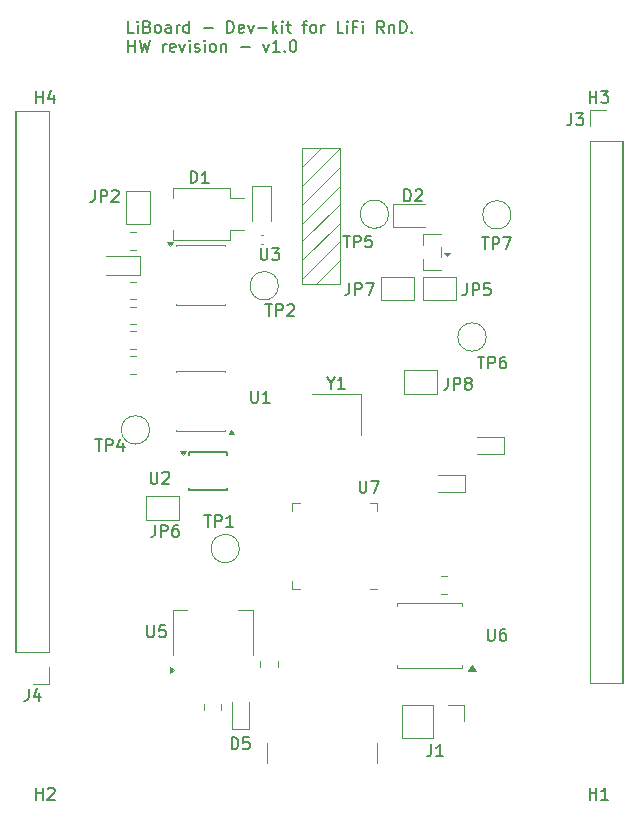
<source format=gbr>
%TF.GenerationSoftware,KiCad,Pcbnew,9.0.6*%
%TF.CreationDate,2025-11-30T17:52:57+02:00*%
%TF.ProjectId,laserboard,6c617365-7262-46f6-9172-642e6b696361,rev?*%
%TF.SameCoordinates,Original*%
%TF.FileFunction,Legend,Top*%
%TF.FilePolarity,Positive*%
%FSLAX46Y46*%
G04 Gerber Fmt 4.6, Leading zero omitted, Abs format (unit mm)*
G04 Created by KiCad (PCBNEW 9.0.6) date 2025-11-30 17:52:57*
%MOMM*%
%LPD*%
G01*
G04 APERTURE LIST*
%ADD10C,0.100000*%
%ADD11C,0.150000*%
%ADD12C,0.200000*%
%ADD13C,0.120000*%
G04 APERTURE END LIST*
D10*
X124600000Y-115150000D02*
X127800000Y-111950000D01*
X124600000Y-121450000D02*
X126200000Y-119850000D01*
X127800000Y-111950000D02*
X124600000Y-115150000D01*
X124600000Y-119850000D02*
X126200000Y-118250000D01*
X124600000Y-110350000D02*
X127800000Y-110350000D01*
X127800000Y-121850000D01*
X124600000Y-121850000D01*
X124600000Y-110350000D01*
X127800000Y-119850000D02*
X125800000Y-121850000D01*
X127800000Y-118250000D02*
X124600000Y-121450000D01*
X127800000Y-115050000D02*
X124600000Y-118250000D01*
X127800000Y-116650000D02*
X124600000Y-119850000D01*
X126200000Y-110350000D02*
X124600000Y-111950000D01*
X127800000Y-110350000D02*
X124600000Y-113550000D01*
X127800000Y-115050000D02*
X127800000Y-116650000D01*
X127800000Y-113550000D02*
X124600000Y-116750000D01*
X124600000Y-118250000D02*
X127800000Y-115050000D01*
D11*
X121501125Y-123557877D02*
X122072553Y-123557877D01*
X121786839Y-124557877D02*
X121786839Y-123557877D01*
X122405887Y-124557877D02*
X122405887Y-123557877D01*
X122405887Y-123557877D02*
X122786839Y-123557877D01*
X122786839Y-123557877D02*
X122882077Y-123605496D01*
X122882077Y-123605496D02*
X122929696Y-123653115D01*
X122929696Y-123653115D02*
X122977315Y-123748353D01*
X122977315Y-123748353D02*
X122977315Y-123891210D01*
X122977315Y-123891210D02*
X122929696Y-123986448D01*
X122929696Y-123986448D02*
X122882077Y-124034067D01*
X122882077Y-124034067D02*
X122786839Y-124081686D01*
X122786839Y-124081686D02*
X122405887Y-124081686D01*
X123358268Y-123653115D02*
X123405887Y-123605496D01*
X123405887Y-123605496D02*
X123501125Y-123557877D01*
X123501125Y-123557877D02*
X123739220Y-123557877D01*
X123739220Y-123557877D02*
X123834458Y-123605496D01*
X123834458Y-123605496D02*
X123882077Y-123653115D01*
X123882077Y-123653115D02*
X123929696Y-123748353D01*
X123929696Y-123748353D02*
X123929696Y-123843591D01*
X123929696Y-123843591D02*
X123882077Y-123986448D01*
X123882077Y-123986448D02*
X123310649Y-124557877D01*
X123310649Y-124557877D02*
X123929696Y-124557877D01*
D12*
X110370863Y-100582275D02*
X109894673Y-100582275D01*
X109894673Y-100582275D02*
X109894673Y-99582275D01*
X110704197Y-100582275D02*
X110704197Y-99915608D01*
X110704197Y-99582275D02*
X110656578Y-99629894D01*
X110656578Y-99629894D02*
X110704197Y-99677513D01*
X110704197Y-99677513D02*
X110751816Y-99629894D01*
X110751816Y-99629894D02*
X110704197Y-99582275D01*
X110704197Y-99582275D02*
X110704197Y-99677513D01*
X111513720Y-100058465D02*
X111656577Y-100106084D01*
X111656577Y-100106084D02*
X111704196Y-100153703D01*
X111704196Y-100153703D02*
X111751815Y-100248941D01*
X111751815Y-100248941D02*
X111751815Y-100391798D01*
X111751815Y-100391798D02*
X111704196Y-100487036D01*
X111704196Y-100487036D02*
X111656577Y-100534656D01*
X111656577Y-100534656D02*
X111561339Y-100582275D01*
X111561339Y-100582275D02*
X111180387Y-100582275D01*
X111180387Y-100582275D02*
X111180387Y-99582275D01*
X111180387Y-99582275D02*
X111513720Y-99582275D01*
X111513720Y-99582275D02*
X111608958Y-99629894D01*
X111608958Y-99629894D02*
X111656577Y-99677513D01*
X111656577Y-99677513D02*
X111704196Y-99772751D01*
X111704196Y-99772751D02*
X111704196Y-99867989D01*
X111704196Y-99867989D02*
X111656577Y-99963227D01*
X111656577Y-99963227D02*
X111608958Y-100010846D01*
X111608958Y-100010846D02*
X111513720Y-100058465D01*
X111513720Y-100058465D02*
X111180387Y-100058465D01*
X112323244Y-100582275D02*
X112228006Y-100534656D01*
X112228006Y-100534656D02*
X112180387Y-100487036D01*
X112180387Y-100487036D02*
X112132768Y-100391798D01*
X112132768Y-100391798D02*
X112132768Y-100106084D01*
X112132768Y-100106084D02*
X112180387Y-100010846D01*
X112180387Y-100010846D02*
X112228006Y-99963227D01*
X112228006Y-99963227D02*
X112323244Y-99915608D01*
X112323244Y-99915608D02*
X112466101Y-99915608D01*
X112466101Y-99915608D02*
X112561339Y-99963227D01*
X112561339Y-99963227D02*
X112608958Y-100010846D01*
X112608958Y-100010846D02*
X112656577Y-100106084D01*
X112656577Y-100106084D02*
X112656577Y-100391798D01*
X112656577Y-100391798D02*
X112608958Y-100487036D01*
X112608958Y-100487036D02*
X112561339Y-100534656D01*
X112561339Y-100534656D02*
X112466101Y-100582275D01*
X112466101Y-100582275D02*
X112323244Y-100582275D01*
X113513720Y-100582275D02*
X113513720Y-100058465D01*
X113513720Y-100058465D02*
X113466101Y-99963227D01*
X113466101Y-99963227D02*
X113370863Y-99915608D01*
X113370863Y-99915608D02*
X113180387Y-99915608D01*
X113180387Y-99915608D02*
X113085149Y-99963227D01*
X113513720Y-100534656D02*
X113418482Y-100582275D01*
X113418482Y-100582275D02*
X113180387Y-100582275D01*
X113180387Y-100582275D02*
X113085149Y-100534656D01*
X113085149Y-100534656D02*
X113037530Y-100439417D01*
X113037530Y-100439417D02*
X113037530Y-100344179D01*
X113037530Y-100344179D02*
X113085149Y-100248941D01*
X113085149Y-100248941D02*
X113180387Y-100201322D01*
X113180387Y-100201322D02*
X113418482Y-100201322D01*
X113418482Y-100201322D02*
X113513720Y-100153703D01*
X113989911Y-100582275D02*
X113989911Y-99915608D01*
X113989911Y-100106084D02*
X114037530Y-100010846D01*
X114037530Y-100010846D02*
X114085149Y-99963227D01*
X114085149Y-99963227D02*
X114180387Y-99915608D01*
X114180387Y-99915608D02*
X114275625Y-99915608D01*
X115037530Y-100582275D02*
X115037530Y-99582275D01*
X115037530Y-100534656D02*
X114942292Y-100582275D01*
X114942292Y-100582275D02*
X114751816Y-100582275D01*
X114751816Y-100582275D02*
X114656578Y-100534656D01*
X114656578Y-100534656D02*
X114608959Y-100487036D01*
X114608959Y-100487036D02*
X114561340Y-100391798D01*
X114561340Y-100391798D02*
X114561340Y-100106084D01*
X114561340Y-100106084D02*
X114608959Y-100010846D01*
X114608959Y-100010846D02*
X114656578Y-99963227D01*
X114656578Y-99963227D02*
X114751816Y-99915608D01*
X114751816Y-99915608D02*
X114942292Y-99915608D01*
X114942292Y-99915608D02*
X115037530Y-99963227D01*
X116275626Y-100201322D02*
X117037531Y-100201322D01*
X118275626Y-100582275D02*
X118275626Y-99582275D01*
X118275626Y-99582275D02*
X118513721Y-99582275D01*
X118513721Y-99582275D02*
X118656578Y-99629894D01*
X118656578Y-99629894D02*
X118751816Y-99725132D01*
X118751816Y-99725132D02*
X118799435Y-99820370D01*
X118799435Y-99820370D02*
X118847054Y-100010846D01*
X118847054Y-100010846D02*
X118847054Y-100153703D01*
X118847054Y-100153703D02*
X118799435Y-100344179D01*
X118799435Y-100344179D02*
X118751816Y-100439417D01*
X118751816Y-100439417D02*
X118656578Y-100534656D01*
X118656578Y-100534656D02*
X118513721Y-100582275D01*
X118513721Y-100582275D02*
X118275626Y-100582275D01*
X119656578Y-100534656D02*
X119561340Y-100582275D01*
X119561340Y-100582275D02*
X119370864Y-100582275D01*
X119370864Y-100582275D02*
X119275626Y-100534656D01*
X119275626Y-100534656D02*
X119228007Y-100439417D01*
X119228007Y-100439417D02*
X119228007Y-100058465D01*
X119228007Y-100058465D02*
X119275626Y-99963227D01*
X119275626Y-99963227D02*
X119370864Y-99915608D01*
X119370864Y-99915608D02*
X119561340Y-99915608D01*
X119561340Y-99915608D02*
X119656578Y-99963227D01*
X119656578Y-99963227D02*
X119704197Y-100058465D01*
X119704197Y-100058465D02*
X119704197Y-100153703D01*
X119704197Y-100153703D02*
X119228007Y-100248941D01*
X120037531Y-99915608D02*
X120275626Y-100582275D01*
X120275626Y-100582275D02*
X120513721Y-99915608D01*
X120894674Y-100201322D02*
X121656579Y-100201322D01*
X122132769Y-100582275D02*
X122132769Y-99582275D01*
X122228007Y-100201322D02*
X122513721Y-100582275D01*
X122513721Y-99915608D02*
X122132769Y-100296560D01*
X122942293Y-100582275D02*
X122942293Y-99915608D01*
X122942293Y-99582275D02*
X122894674Y-99629894D01*
X122894674Y-99629894D02*
X122942293Y-99677513D01*
X122942293Y-99677513D02*
X122989912Y-99629894D01*
X122989912Y-99629894D02*
X122942293Y-99582275D01*
X122942293Y-99582275D02*
X122942293Y-99677513D01*
X123275626Y-99915608D02*
X123656578Y-99915608D01*
X123418483Y-99582275D02*
X123418483Y-100439417D01*
X123418483Y-100439417D02*
X123466102Y-100534656D01*
X123466102Y-100534656D02*
X123561340Y-100582275D01*
X123561340Y-100582275D02*
X123656578Y-100582275D01*
X124608960Y-99915608D02*
X124989912Y-99915608D01*
X124751817Y-100582275D02*
X124751817Y-99725132D01*
X124751817Y-99725132D02*
X124799436Y-99629894D01*
X124799436Y-99629894D02*
X124894674Y-99582275D01*
X124894674Y-99582275D02*
X124989912Y-99582275D01*
X125466103Y-100582275D02*
X125370865Y-100534656D01*
X125370865Y-100534656D02*
X125323246Y-100487036D01*
X125323246Y-100487036D02*
X125275627Y-100391798D01*
X125275627Y-100391798D02*
X125275627Y-100106084D01*
X125275627Y-100106084D02*
X125323246Y-100010846D01*
X125323246Y-100010846D02*
X125370865Y-99963227D01*
X125370865Y-99963227D02*
X125466103Y-99915608D01*
X125466103Y-99915608D02*
X125608960Y-99915608D01*
X125608960Y-99915608D02*
X125704198Y-99963227D01*
X125704198Y-99963227D02*
X125751817Y-100010846D01*
X125751817Y-100010846D02*
X125799436Y-100106084D01*
X125799436Y-100106084D02*
X125799436Y-100391798D01*
X125799436Y-100391798D02*
X125751817Y-100487036D01*
X125751817Y-100487036D02*
X125704198Y-100534656D01*
X125704198Y-100534656D02*
X125608960Y-100582275D01*
X125608960Y-100582275D02*
X125466103Y-100582275D01*
X126228008Y-100582275D02*
X126228008Y-99915608D01*
X126228008Y-100106084D02*
X126275627Y-100010846D01*
X126275627Y-100010846D02*
X126323246Y-99963227D01*
X126323246Y-99963227D02*
X126418484Y-99915608D01*
X126418484Y-99915608D02*
X126513722Y-99915608D01*
X128085151Y-100582275D02*
X127608961Y-100582275D01*
X127608961Y-100582275D02*
X127608961Y-99582275D01*
X128418485Y-100582275D02*
X128418485Y-99915608D01*
X128418485Y-99582275D02*
X128370866Y-99629894D01*
X128370866Y-99629894D02*
X128418485Y-99677513D01*
X128418485Y-99677513D02*
X128466104Y-99629894D01*
X128466104Y-99629894D02*
X128418485Y-99582275D01*
X128418485Y-99582275D02*
X128418485Y-99677513D01*
X129228008Y-100058465D02*
X128894675Y-100058465D01*
X128894675Y-100582275D02*
X128894675Y-99582275D01*
X128894675Y-99582275D02*
X129370865Y-99582275D01*
X129751818Y-100582275D02*
X129751818Y-99915608D01*
X129751818Y-99582275D02*
X129704199Y-99629894D01*
X129704199Y-99629894D02*
X129751818Y-99677513D01*
X129751818Y-99677513D02*
X129799437Y-99629894D01*
X129799437Y-99629894D02*
X129751818Y-99582275D01*
X129751818Y-99582275D02*
X129751818Y-99677513D01*
X131561341Y-100582275D02*
X131228008Y-100106084D01*
X130989913Y-100582275D02*
X130989913Y-99582275D01*
X130989913Y-99582275D02*
X131370865Y-99582275D01*
X131370865Y-99582275D02*
X131466103Y-99629894D01*
X131466103Y-99629894D02*
X131513722Y-99677513D01*
X131513722Y-99677513D02*
X131561341Y-99772751D01*
X131561341Y-99772751D02*
X131561341Y-99915608D01*
X131561341Y-99915608D02*
X131513722Y-100010846D01*
X131513722Y-100010846D02*
X131466103Y-100058465D01*
X131466103Y-100058465D02*
X131370865Y-100106084D01*
X131370865Y-100106084D02*
X130989913Y-100106084D01*
X131989913Y-99915608D02*
X131989913Y-100582275D01*
X131989913Y-100010846D02*
X132037532Y-99963227D01*
X132037532Y-99963227D02*
X132132770Y-99915608D01*
X132132770Y-99915608D02*
X132275627Y-99915608D01*
X132275627Y-99915608D02*
X132370865Y-99963227D01*
X132370865Y-99963227D02*
X132418484Y-100058465D01*
X132418484Y-100058465D02*
X132418484Y-100582275D01*
X132894675Y-100582275D02*
X132894675Y-99582275D01*
X132894675Y-99582275D02*
X133132770Y-99582275D01*
X133132770Y-99582275D02*
X133275627Y-99629894D01*
X133275627Y-99629894D02*
X133370865Y-99725132D01*
X133370865Y-99725132D02*
X133418484Y-99820370D01*
X133418484Y-99820370D02*
X133466103Y-100010846D01*
X133466103Y-100010846D02*
X133466103Y-100153703D01*
X133466103Y-100153703D02*
X133418484Y-100344179D01*
X133418484Y-100344179D02*
X133370865Y-100439417D01*
X133370865Y-100439417D02*
X133275627Y-100534656D01*
X133275627Y-100534656D02*
X133132770Y-100582275D01*
X133132770Y-100582275D02*
X132894675Y-100582275D01*
X133894675Y-100487036D02*
X133942294Y-100534656D01*
X133942294Y-100534656D02*
X133894675Y-100582275D01*
X133894675Y-100582275D02*
X133847056Y-100534656D01*
X133847056Y-100534656D02*
X133894675Y-100487036D01*
X133894675Y-100487036D02*
X133894675Y-100582275D01*
X109894673Y-102192219D02*
X109894673Y-101192219D01*
X109894673Y-101668409D02*
X110466101Y-101668409D01*
X110466101Y-102192219D02*
X110466101Y-101192219D01*
X110847054Y-101192219D02*
X111085149Y-102192219D01*
X111085149Y-102192219D02*
X111275625Y-101477933D01*
X111275625Y-101477933D02*
X111466101Y-102192219D01*
X111466101Y-102192219D02*
X111704197Y-101192219D01*
X112847054Y-102192219D02*
X112847054Y-101525552D01*
X112847054Y-101716028D02*
X112894673Y-101620790D01*
X112894673Y-101620790D02*
X112942292Y-101573171D01*
X112942292Y-101573171D02*
X113037530Y-101525552D01*
X113037530Y-101525552D02*
X113132768Y-101525552D01*
X113847054Y-102144600D02*
X113751816Y-102192219D01*
X113751816Y-102192219D02*
X113561340Y-102192219D01*
X113561340Y-102192219D02*
X113466102Y-102144600D01*
X113466102Y-102144600D02*
X113418483Y-102049361D01*
X113418483Y-102049361D02*
X113418483Y-101668409D01*
X113418483Y-101668409D02*
X113466102Y-101573171D01*
X113466102Y-101573171D02*
X113561340Y-101525552D01*
X113561340Y-101525552D02*
X113751816Y-101525552D01*
X113751816Y-101525552D02*
X113847054Y-101573171D01*
X113847054Y-101573171D02*
X113894673Y-101668409D01*
X113894673Y-101668409D02*
X113894673Y-101763647D01*
X113894673Y-101763647D02*
X113418483Y-101858885D01*
X114228007Y-101525552D02*
X114466102Y-102192219D01*
X114466102Y-102192219D02*
X114704197Y-101525552D01*
X115085150Y-102192219D02*
X115085150Y-101525552D01*
X115085150Y-101192219D02*
X115037531Y-101239838D01*
X115037531Y-101239838D02*
X115085150Y-101287457D01*
X115085150Y-101287457D02*
X115132769Y-101239838D01*
X115132769Y-101239838D02*
X115085150Y-101192219D01*
X115085150Y-101192219D02*
X115085150Y-101287457D01*
X115513721Y-102144600D02*
X115608959Y-102192219D01*
X115608959Y-102192219D02*
X115799435Y-102192219D01*
X115799435Y-102192219D02*
X115894673Y-102144600D01*
X115894673Y-102144600D02*
X115942292Y-102049361D01*
X115942292Y-102049361D02*
X115942292Y-102001742D01*
X115942292Y-102001742D02*
X115894673Y-101906504D01*
X115894673Y-101906504D02*
X115799435Y-101858885D01*
X115799435Y-101858885D02*
X115656578Y-101858885D01*
X115656578Y-101858885D02*
X115561340Y-101811266D01*
X115561340Y-101811266D02*
X115513721Y-101716028D01*
X115513721Y-101716028D02*
X115513721Y-101668409D01*
X115513721Y-101668409D02*
X115561340Y-101573171D01*
X115561340Y-101573171D02*
X115656578Y-101525552D01*
X115656578Y-101525552D02*
X115799435Y-101525552D01*
X115799435Y-101525552D02*
X115894673Y-101573171D01*
X116370864Y-102192219D02*
X116370864Y-101525552D01*
X116370864Y-101192219D02*
X116323245Y-101239838D01*
X116323245Y-101239838D02*
X116370864Y-101287457D01*
X116370864Y-101287457D02*
X116418483Y-101239838D01*
X116418483Y-101239838D02*
X116370864Y-101192219D01*
X116370864Y-101192219D02*
X116370864Y-101287457D01*
X116989911Y-102192219D02*
X116894673Y-102144600D01*
X116894673Y-102144600D02*
X116847054Y-102096980D01*
X116847054Y-102096980D02*
X116799435Y-102001742D01*
X116799435Y-102001742D02*
X116799435Y-101716028D01*
X116799435Y-101716028D02*
X116847054Y-101620790D01*
X116847054Y-101620790D02*
X116894673Y-101573171D01*
X116894673Y-101573171D02*
X116989911Y-101525552D01*
X116989911Y-101525552D02*
X117132768Y-101525552D01*
X117132768Y-101525552D02*
X117228006Y-101573171D01*
X117228006Y-101573171D02*
X117275625Y-101620790D01*
X117275625Y-101620790D02*
X117323244Y-101716028D01*
X117323244Y-101716028D02*
X117323244Y-102001742D01*
X117323244Y-102001742D02*
X117275625Y-102096980D01*
X117275625Y-102096980D02*
X117228006Y-102144600D01*
X117228006Y-102144600D02*
X117132768Y-102192219D01*
X117132768Y-102192219D02*
X116989911Y-102192219D01*
X117751816Y-101525552D02*
X117751816Y-102192219D01*
X117751816Y-101620790D02*
X117799435Y-101573171D01*
X117799435Y-101573171D02*
X117894673Y-101525552D01*
X117894673Y-101525552D02*
X118037530Y-101525552D01*
X118037530Y-101525552D02*
X118132768Y-101573171D01*
X118132768Y-101573171D02*
X118180387Y-101668409D01*
X118180387Y-101668409D02*
X118180387Y-102192219D01*
X119418483Y-101811266D02*
X120180388Y-101811266D01*
X121323245Y-101525552D02*
X121561340Y-102192219D01*
X121561340Y-102192219D02*
X121799435Y-101525552D01*
X122704197Y-102192219D02*
X122132769Y-102192219D01*
X122418483Y-102192219D02*
X122418483Y-101192219D01*
X122418483Y-101192219D02*
X122323245Y-101335076D01*
X122323245Y-101335076D02*
X122228007Y-101430314D01*
X122228007Y-101430314D02*
X122132769Y-101477933D01*
X123132769Y-102096980D02*
X123180388Y-102144600D01*
X123180388Y-102144600D02*
X123132769Y-102192219D01*
X123132769Y-102192219D02*
X123085150Y-102144600D01*
X123085150Y-102144600D02*
X123132769Y-102096980D01*
X123132769Y-102096980D02*
X123132769Y-102192219D01*
X123799435Y-101192219D02*
X123894673Y-101192219D01*
X123894673Y-101192219D02*
X123989911Y-101239838D01*
X123989911Y-101239838D02*
X124037530Y-101287457D01*
X124037530Y-101287457D02*
X124085149Y-101382695D01*
X124085149Y-101382695D02*
X124132768Y-101573171D01*
X124132768Y-101573171D02*
X124132768Y-101811266D01*
X124132768Y-101811266D02*
X124085149Y-102001742D01*
X124085149Y-102001742D02*
X124037530Y-102096980D01*
X124037530Y-102096980D02*
X123989911Y-102144600D01*
X123989911Y-102144600D02*
X123894673Y-102192219D01*
X123894673Y-102192219D02*
X123799435Y-102192219D01*
X123799435Y-102192219D02*
X123704197Y-102144600D01*
X123704197Y-102144600D02*
X123656578Y-102096980D01*
X123656578Y-102096980D02*
X123608959Y-102001742D01*
X123608959Y-102001742D02*
X123561340Y-101811266D01*
X123561340Y-101811266D02*
X123561340Y-101573171D01*
X123561340Y-101573171D02*
X123608959Y-101382695D01*
X123608959Y-101382695D02*
X123656578Y-101287457D01*
X123656578Y-101287457D02*
X123704197Y-101239838D01*
X123704197Y-101239838D02*
X123799435Y-101192219D01*
D11*
X101466666Y-156134819D02*
X101466666Y-156849104D01*
X101466666Y-156849104D02*
X101419047Y-156991961D01*
X101419047Y-156991961D02*
X101323809Y-157087200D01*
X101323809Y-157087200D02*
X101180952Y-157134819D01*
X101180952Y-157134819D02*
X101085714Y-157134819D01*
X102371428Y-156468152D02*
X102371428Y-157134819D01*
X102133333Y-156087200D02*
X101895238Y-156801485D01*
X101895238Y-156801485D02*
X102514285Y-156801485D01*
X111488095Y-150754819D02*
X111488095Y-151564342D01*
X111488095Y-151564342D02*
X111535714Y-151659580D01*
X111535714Y-151659580D02*
X111583333Y-151707200D01*
X111583333Y-151707200D02*
X111678571Y-151754819D01*
X111678571Y-151754819D02*
X111869047Y-151754819D01*
X111869047Y-151754819D02*
X111964285Y-151707200D01*
X111964285Y-151707200D02*
X112011904Y-151659580D01*
X112011904Y-151659580D02*
X112059523Y-151564342D01*
X112059523Y-151564342D02*
X112059523Y-150754819D01*
X113011904Y-150754819D02*
X112535714Y-150754819D01*
X112535714Y-150754819D02*
X112488095Y-151231009D01*
X112488095Y-151231009D02*
X112535714Y-151183390D01*
X112535714Y-151183390D02*
X112630952Y-151135771D01*
X112630952Y-151135771D02*
X112869047Y-151135771D01*
X112869047Y-151135771D02*
X112964285Y-151183390D01*
X112964285Y-151183390D02*
X113011904Y-151231009D01*
X113011904Y-151231009D02*
X113059523Y-151326247D01*
X113059523Y-151326247D02*
X113059523Y-151564342D01*
X113059523Y-151564342D02*
X113011904Y-151659580D01*
X113011904Y-151659580D02*
X112964285Y-151707200D01*
X112964285Y-151707200D02*
X112869047Y-151754819D01*
X112869047Y-151754819D02*
X112630952Y-151754819D01*
X112630952Y-151754819D02*
X112535714Y-151707200D01*
X112535714Y-151707200D02*
X112488095Y-151659580D01*
X140338095Y-151054819D02*
X140338095Y-151864342D01*
X140338095Y-151864342D02*
X140385714Y-151959580D01*
X140385714Y-151959580D02*
X140433333Y-152007200D01*
X140433333Y-152007200D02*
X140528571Y-152054819D01*
X140528571Y-152054819D02*
X140719047Y-152054819D01*
X140719047Y-152054819D02*
X140814285Y-152007200D01*
X140814285Y-152007200D02*
X140861904Y-151959580D01*
X140861904Y-151959580D02*
X140909523Y-151864342D01*
X140909523Y-151864342D02*
X140909523Y-151054819D01*
X141814285Y-151054819D02*
X141623809Y-151054819D01*
X141623809Y-151054819D02*
X141528571Y-151102438D01*
X141528571Y-151102438D02*
X141480952Y-151150057D01*
X141480952Y-151150057D02*
X141385714Y-151292914D01*
X141385714Y-151292914D02*
X141338095Y-151483390D01*
X141338095Y-151483390D02*
X141338095Y-151864342D01*
X141338095Y-151864342D02*
X141385714Y-151959580D01*
X141385714Y-151959580D02*
X141433333Y-152007200D01*
X141433333Y-152007200D02*
X141528571Y-152054819D01*
X141528571Y-152054819D02*
X141719047Y-152054819D01*
X141719047Y-152054819D02*
X141814285Y-152007200D01*
X141814285Y-152007200D02*
X141861904Y-151959580D01*
X141861904Y-151959580D02*
X141909523Y-151864342D01*
X141909523Y-151864342D02*
X141909523Y-151626247D01*
X141909523Y-151626247D02*
X141861904Y-151531009D01*
X141861904Y-151531009D02*
X141814285Y-151483390D01*
X141814285Y-151483390D02*
X141719047Y-151435771D01*
X141719047Y-151435771D02*
X141528571Y-151435771D01*
X141528571Y-151435771D02*
X141433333Y-151483390D01*
X141433333Y-151483390D02*
X141385714Y-151531009D01*
X141385714Y-151531009D02*
X141338095Y-151626247D01*
X129488095Y-138504819D02*
X129488095Y-139314342D01*
X129488095Y-139314342D02*
X129535714Y-139409580D01*
X129535714Y-139409580D02*
X129583333Y-139457200D01*
X129583333Y-139457200D02*
X129678571Y-139504819D01*
X129678571Y-139504819D02*
X129869047Y-139504819D01*
X129869047Y-139504819D02*
X129964285Y-139457200D01*
X129964285Y-139457200D02*
X130011904Y-139409580D01*
X130011904Y-139409580D02*
X130059523Y-139314342D01*
X130059523Y-139314342D02*
X130059523Y-138504819D01*
X130440476Y-138504819D02*
X131107142Y-138504819D01*
X131107142Y-138504819D02*
X130678571Y-139504819D01*
X116338095Y-141404819D02*
X116909523Y-141404819D01*
X116623809Y-142404819D02*
X116623809Y-141404819D01*
X117242857Y-142404819D02*
X117242857Y-141404819D01*
X117242857Y-141404819D02*
X117623809Y-141404819D01*
X117623809Y-141404819D02*
X117719047Y-141452438D01*
X117719047Y-141452438D02*
X117766666Y-141500057D01*
X117766666Y-141500057D02*
X117814285Y-141595295D01*
X117814285Y-141595295D02*
X117814285Y-141738152D01*
X117814285Y-141738152D02*
X117766666Y-141833390D01*
X117766666Y-141833390D02*
X117719047Y-141881009D01*
X117719047Y-141881009D02*
X117623809Y-141928628D01*
X117623809Y-141928628D02*
X117242857Y-141928628D01*
X118766666Y-142404819D02*
X118195238Y-142404819D01*
X118480952Y-142404819D02*
X118480952Y-141404819D01*
X118480952Y-141404819D02*
X118385714Y-141547676D01*
X118385714Y-141547676D02*
X118290476Y-141642914D01*
X118290476Y-141642914D02*
X118195238Y-141690533D01*
X102088095Y-106504819D02*
X102088095Y-105504819D01*
X102088095Y-105981009D02*
X102659523Y-105981009D01*
X102659523Y-106504819D02*
X102659523Y-105504819D01*
X103564285Y-105838152D02*
X103564285Y-106504819D01*
X103326190Y-105457200D02*
X103088095Y-106171485D01*
X103088095Y-106171485D02*
X103707142Y-106171485D01*
X128088095Y-117754819D02*
X128659523Y-117754819D01*
X128373809Y-118754819D02*
X128373809Y-117754819D01*
X128992857Y-118754819D02*
X128992857Y-117754819D01*
X128992857Y-117754819D02*
X129373809Y-117754819D01*
X129373809Y-117754819D02*
X129469047Y-117802438D01*
X129469047Y-117802438D02*
X129516666Y-117850057D01*
X129516666Y-117850057D02*
X129564285Y-117945295D01*
X129564285Y-117945295D02*
X129564285Y-118088152D01*
X129564285Y-118088152D02*
X129516666Y-118183390D01*
X129516666Y-118183390D02*
X129469047Y-118231009D01*
X129469047Y-118231009D02*
X129373809Y-118278628D01*
X129373809Y-118278628D02*
X128992857Y-118278628D01*
X130469047Y-117754819D02*
X129992857Y-117754819D01*
X129992857Y-117754819D02*
X129945238Y-118231009D01*
X129945238Y-118231009D02*
X129992857Y-118183390D01*
X129992857Y-118183390D02*
X130088095Y-118135771D01*
X130088095Y-118135771D02*
X130326190Y-118135771D01*
X130326190Y-118135771D02*
X130421428Y-118183390D01*
X130421428Y-118183390D02*
X130469047Y-118231009D01*
X130469047Y-118231009D02*
X130516666Y-118326247D01*
X130516666Y-118326247D02*
X130516666Y-118564342D01*
X130516666Y-118564342D02*
X130469047Y-118659580D01*
X130469047Y-118659580D02*
X130421428Y-118707200D01*
X130421428Y-118707200D02*
X130326190Y-118754819D01*
X130326190Y-118754819D02*
X130088095Y-118754819D01*
X130088095Y-118754819D02*
X129992857Y-118707200D01*
X129992857Y-118707200D02*
X129945238Y-118659580D01*
X136966666Y-129804819D02*
X136966666Y-130519104D01*
X136966666Y-130519104D02*
X136919047Y-130661961D01*
X136919047Y-130661961D02*
X136823809Y-130757200D01*
X136823809Y-130757200D02*
X136680952Y-130804819D01*
X136680952Y-130804819D02*
X136585714Y-130804819D01*
X137442857Y-130804819D02*
X137442857Y-129804819D01*
X137442857Y-129804819D02*
X137823809Y-129804819D01*
X137823809Y-129804819D02*
X137919047Y-129852438D01*
X137919047Y-129852438D02*
X137966666Y-129900057D01*
X137966666Y-129900057D02*
X138014285Y-129995295D01*
X138014285Y-129995295D02*
X138014285Y-130138152D01*
X138014285Y-130138152D02*
X137966666Y-130233390D01*
X137966666Y-130233390D02*
X137919047Y-130281009D01*
X137919047Y-130281009D02*
X137823809Y-130328628D01*
X137823809Y-130328628D02*
X137442857Y-130328628D01*
X138585714Y-130233390D02*
X138490476Y-130185771D01*
X138490476Y-130185771D02*
X138442857Y-130138152D01*
X138442857Y-130138152D02*
X138395238Y-130042914D01*
X138395238Y-130042914D02*
X138395238Y-129995295D01*
X138395238Y-129995295D02*
X138442857Y-129900057D01*
X138442857Y-129900057D02*
X138490476Y-129852438D01*
X138490476Y-129852438D02*
X138585714Y-129804819D01*
X138585714Y-129804819D02*
X138776190Y-129804819D01*
X138776190Y-129804819D02*
X138871428Y-129852438D01*
X138871428Y-129852438D02*
X138919047Y-129900057D01*
X138919047Y-129900057D02*
X138966666Y-129995295D01*
X138966666Y-129995295D02*
X138966666Y-130042914D01*
X138966666Y-130042914D02*
X138919047Y-130138152D01*
X138919047Y-130138152D02*
X138871428Y-130185771D01*
X138871428Y-130185771D02*
X138776190Y-130233390D01*
X138776190Y-130233390D02*
X138585714Y-130233390D01*
X138585714Y-130233390D02*
X138490476Y-130281009D01*
X138490476Y-130281009D02*
X138442857Y-130328628D01*
X138442857Y-130328628D02*
X138395238Y-130423866D01*
X138395238Y-130423866D02*
X138395238Y-130614342D01*
X138395238Y-130614342D02*
X138442857Y-130709580D01*
X138442857Y-130709580D02*
X138490476Y-130757200D01*
X138490476Y-130757200D02*
X138585714Y-130804819D01*
X138585714Y-130804819D02*
X138776190Y-130804819D01*
X138776190Y-130804819D02*
X138871428Y-130757200D01*
X138871428Y-130757200D02*
X138919047Y-130709580D01*
X138919047Y-130709580D02*
X138966666Y-130614342D01*
X138966666Y-130614342D02*
X138966666Y-130423866D01*
X138966666Y-130423866D02*
X138919047Y-130328628D01*
X138919047Y-130328628D02*
X138871428Y-130281009D01*
X138871428Y-130281009D02*
X138776190Y-130233390D01*
X102088095Y-165504819D02*
X102088095Y-164504819D01*
X102088095Y-164981009D02*
X102659523Y-164981009D01*
X102659523Y-165504819D02*
X102659523Y-164504819D01*
X103088095Y-164600057D02*
X103135714Y-164552438D01*
X103135714Y-164552438D02*
X103230952Y-164504819D01*
X103230952Y-164504819D02*
X103469047Y-164504819D01*
X103469047Y-164504819D02*
X103564285Y-164552438D01*
X103564285Y-164552438D02*
X103611904Y-164600057D01*
X103611904Y-164600057D02*
X103659523Y-164695295D01*
X103659523Y-164695295D02*
X103659523Y-164790533D01*
X103659523Y-164790533D02*
X103611904Y-164933390D01*
X103611904Y-164933390D02*
X103040476Y-165504819D01*
X103040476Y-165504819D02*
X103659523Y-165504819D01*
X139838095Y-117904819D02*
X140409523Y-117904819D01*
X140123809Y-118904819D02*
X140123809Y-117904819D01*
X140742857Y-118904819D02*
X140742857Y-117904819D01*
X140742857Y-117904819D02*
X141123809Y-117904819D01*
X141123809Y-117904819D02*
X141219047Y-117952438D01*
X141219047Y-117952438D02*
X141266666Y-118000057D01*
X141266666Y-118000057D02*
X141314285Y-118095295D01*
X141314285Y-118095295D02*
X141314285Y-118238152D01*
X141314285Y-118238152D02*
X141266666Y-118333390D01*
X141266666Y-118333390D02*
X141219047Y-118381009D01*
X141219047Y-118381009D02*
X141123809Y-118428628D01*
X141123809Y-118428628D02*
X140742857Y-118428628D01*
X141647619Y-117904819D02*
X142314285Y-117904819D01*
X142314285Y-117904819D02*
X141885714Y-118904819D01*
X133259405Y-114844819D02*
X133259405Y-113844819D01*
X133259405Y-113844819D02*
X133497500Y-113844819D01*
X133497500Y-113844819D02*
X133640357Y-113892438D01*
X133640357Y-113892438D02*
X133735595Y-113987676D01*
X133735595Y-113987676D02*
X133783214Y-114082914D01*
X133783214Y-114082914D02*
X133830833Y-114273390D01*
X133830833Y-114273390D02*
X133830833Y-114416247D01*
X133830833Y-114416247D02*
X133783214Y-114606723D01*
X133783214Y-114606723D02*
X133735595Y-114701961D01*
X133735595Y-114701961D02*
X133640357Y-114797200D01*
X133640357Y-114797200D02*
X133497500Y-114844819D01*
X133497500Y-114844819D02*
X133259405Y-114844819D01*
X134211786Y-113940057D02*
X134259405Y-113892438D01*
X134259405Y-113892438D02*
X134354643Y-113844819D01*
X134354643Y-113844819D02*
X134592738Y-113844819D01*
X134592738Y-113844819D02*
X134687976Y-113892438D01*
X134687976Y-113892438D02*
X134735595Y-113940057D01*
X134735595Y-113940057D02*
X134783214Y-114035295D01*
X134783214Y-114035295D02*
X134783214Y-114130533D01*
X134783214Y-114130533D02*
X134735595Y-114273390D01*
X134735595Y-114273390D02*
X134164167Y-114844819D01*
X134164167Y-114844819D02*
X134783214Y-114844819D01*
X112166666Y-142254819D02*
X112166666Y-142969104D01*
X112166666Y-142969104D02*
X112119047Y-143111961D01*
X112119047Y-143111961D02*
X112023809Y-143207200D01*
X112023809Y-143207200D02*
X111880952Y-143254819D01*
X111880952Y-143254819D02*
X111785714Y-143254819D01*
X112642857Y-143254819D02*
X112642857Y-142254819D01*
X112642857Y-142254819D02*
X113023809Y-142254819D01*
X113023809Y-142254819D02*
X113119047Y-142302438D01*
X113119047Y-142302438D02*
X113166666Y-142350057D01*
X113166666Y-142350057D02*
X113214285Y-142445295D01*
X113214285Y-142445295D02*
X113214285Y-142588152D01*
X113214285Y-142588152D02*
X113166666Y-142683390D01*
X113166666Y-142683390D02*
X113119047Y-142731009D01*
X113119047Y-142731009D02*
X113023809Y-142778628D01*
X113023809Y-142778628D02*
X112642857Y-142778628D01*
X114071428Y-142254819D02*
X113880952Y-142254819D01*
X113880952Y-142254819D02*
X113785714Y-142302438D01*
X113785714Y-142302438D02*
X113738095Y-142350057D01*
X113738095Y-142350057D02*
X113642857Y-142492914D01*
X113642857Y-142492914D02*
X113595238Y-142683390D01*
X113595238Y-142683390D02*
X113595238Y-143064342D01*
X113595238Y-143064342D02*
X113642857Y-143159580D01*
X113642857Y-143159580D02*
X113690476Y-143207200D01*
X113690476Y-143207200D02*
X113785714Y-143254819D01*
X113785714Y-143254819D02*
X113976190Y-143254819D01*
X113976190Y-143254819D02*
X114071428Y-143207200D01*
X114071428Y-143207200D02*
X114119047Y-143159580D01*
X114119047Y-143159580D02*
X114166666Y-143064342D01*
X114166666Y-143064342D02*
X114166666Y-142826247D01*
X114166666Y-142826247D02*
X114119047Y-142731009D01*
X114119047Y-142731009D02*
X114071428Y-142683390D01*
X114071428Y-142683390D02*
X113976190Y-142635771D01*
X113976190Y-142635771D02*
X113785714Y-142635771D01*
X113785714Y-142635771D02*
X113690476Y-142683390D01*
X113690476Y-142683390D02*
X113642857Y-142731009D01*
X113642857Y-142731009D02*
X113595238Y-142826247D01*
X138566666Y-121804819D02*
X138566666Y-122519104D01*
X138566666Y-122519104D02*
X138519047Y-122661961D01*
X138519047Y-122661961D02*
X138423809Y-122757200D01*
X138423809Y-122757200D02*
X138280952Y-122804819D01*
X138280952Y-122804819D02*
X138185714Y-122804819D01*
X139042857Y-122804819D02*
X139042857Y-121804819D01*
X139042857Y-121804819D02*
X139423809Y-121804819D01*
X139423809Y-121804819D02*
X139519047Y-121852438D01*
X139519047Y-121852438D02*
X139566666Y-121900057D01*
X139566666Y-121900057D02*
X139614285Y-121995295D01*
X139614285Y-121995295D02*
X139614285Y-122138152D01*
X139614285Y-122138152D02*
X139566666Y-122233390D01*
X139566666Y-122233390D02*
X139519047Y-122281009D01*
X139519047Y-122281009D02*
X139423809Y-122328628D01*
X139423809Y-122328628D02*
X139042857Y-122328628D01*
X140519047Y-121804819D02*
X140042857Y-121804819D01*
X140042857Y-121804819D02*
X139995238Y-122281009D01*
X139995238Y-122281009D02*
X140042857Y-122233390D01*
X140042857Y-122233390D02*
X140138095Y-122185771D01*
X140138095Y-122185771D02*
X140376190Y-122185771D01*
X140376190Y-122185771D02*
X140471428Y-122233390D01*
X140471428Y-122233390D02*
X140519047Y-122281009D01*
X140519047Y-122281009D02*
X140566666Y-122376247D01*
X140566666Y-122376247D02*
X140566666Y-122614342D01*
X140566666Y-122614342D02*
X140519047Y-122709580D01*
X140519047Y-122709580D02*
X140471428Y-122757200D01*
X140471428Y-122757200D02*
X140376190Y-122804819D01*
X140376190Y-122804819D02*
X140138095Y-122804819D01*
X140138095Y-122804819D02*
X140042857Y-122757200D01*
X140042857Y-122757200D02*
X139995238Y-122709580D01*
X121088095Y-118804819D02*
X121088095Y-119614342D01*
X121088095Y-119614342D02*
X121135714Y-119709580D01*
X121135714Y-119709580D02*
X121183333Y-119757200D01*
X121183333Y-119757200D02*
X121278571Y-119804819D01*
X121278571Y-119804819D02*
X121469047Y-119804819D01*
X121469047Y-119804819D02*
X121564285Y-119757200D01*
X121564285Y-119757200D02*
X121611904Y-119709580D01*
X121611904Y-119709580D02*
X121659523Y-119614342D01*
X121659523Y-119614342D02*
X121659523Y-118804819D01*
X122040476Y-118804819D02*
X122659523Y-118804819D01*
X122659523Y-118804819D02*
X122326190Y-119185771D01*
X122326190Y-119185771D02*
X122469047Y-119185771D01*
X122469047Y-119185771D02*
X122564285Y-119233390D01*
X122564285Y-119233390D02*
X122611904Y-119281009D01*
X122611904Y-119281009D02*
X122659523Y-119376247D01*
X122659523Y-119376247D02*
X122659523Y-119614342D01*
X122659523Y-119614342D02*
X122611904Y-119709580D01*
X122611904Y-119709580D02*
X122564285Y-119757200D01*
X122564285Y-119757200D02*
X122469047Y-119804819D01*
X122469047Y-119804819D02*
X122183333Y-119804819D01*
X122183333Y-119804819D02*
X122088095Y-119757200D01*
X122088095Y-119757200D02*
X122040476Y-119709580D01*
X115161905Y-113304819D02*
X115161905Y-112304819D01*
X115161905Y-112304819D02*
X115400000Y-112304819D01*
X115400000Y-112304819D02*
X115542857Y-112352438D01*
X115542857Y-112352438D02*
X115638095Y-112447676D01*
X115638095Y-112447676D02*
X115685714Y-112542914D01*
X115685714Y-112542914D02*
X115733333Y-112733390D01*
X115733333Y-112733390D02*
X115733333Y-112876247D01*
X115733333Y-112876247D02*
X115685714Y-113066723D01*
X115685714Y-113066723D02*
X115638095Y-113161961D01*
X115638095Y-113161961D02*
X115542857Y-113257200D01*
X115542857Y-113257200D02*
X115400000Y-113304819D01*
X115400000Y-113304819D02*
X115161905Y-113304819D01*
X116685714Y-113304819D02*
X116114286Y-113304819D01*
X116400000Y-113304819D02*
X116400000Y-112304819D01*
X116400000Y-112304819D02*
X116304762Y-112447676D01*
X116304762Y-112447676D02*
X116209524Y-112542914D01*
X116209524Y-112542914D02*
X116114286Y-112590533D01*
X139478095Y-128004819D02*
X140049523Y-128004819D01*
X139763809Y-129004819D02*
X139763809Y-128004819D01*
X140382857Y-129004819D02*
X140382857Y-128004819D01*
X140382857Y-128004819D02*
X140763809Y-128004819D01*
X140763809Y-128004819D02*
X140859047Y-128052438D01*
X140859047Y-128052438D02*
X140906666Y-128100057D01*
X140906666Y-128100057D02*
X140954285Y-128195295D01*
X140954285Y-128195295D02*
X140954285Y-128338152D01*
X140954285Y-128338152D02*
X140906666Y-128433390D01*
X140906666Y-128433390D02*
X140859047Y-128481009D01*
X140859047Y-128481009D02*
X140763809Y-128528628D01*
X140763809Y-128528628D02*
X140382857Y-128528628D01*
X141811428Y-128004819D02*
X141620952Y-128004819D01*
X141620952Y-128004819D02*
X141525714Y-128052438D01*
X141525714Y-128052438D02*
X141478095Y-128100057D01*
X141478095Y-128100057D02*
X141382857Y-128242914D01*
X141382857Y-128242914D02*
X141335238Y-128433390D01*
X141335238Y-128433390D02*
X141335238Y-128814342D01*
X141335238Y-128814342D02*
X141382857Y-128909580D01*
X141382857Y-128909580D02*
X141430476Y-128957200D01*
X141430476Y-128957200D02*
X141525714Y-129004819D01*
X141525714Y-129004819D02*
X141716190Y-129004819D01*
X141716190Y-129004819D02*
X141811428Y-128957200D01*
X141811428Y-128957200D02*
X141859047Y-128909580D01*
X141859047Y-128909580D02*
X141906666Y-128814342D01*
X141906666Y-128814342D02*
X141906666Y-128576247D01*
X141906666Y-128576247D02*
X141859047Y-128481009D01*
X141859047Y-128481009D02*
X141811428Y-128433390D01*
X141811428Y-128433390D02*
X141716190Y-128385771D01*
X141716190Y-128385771D02*
X141525714Y-128385771D01*
X141525714Y-128385771D02*
X141430476Y-128433390D01*
X141430476Y-128433390D02*
X141382857Y-128481009D01*
X141382857Y-128481009D02*
X141335238Y-128576247D01*
X127023809Y-130228628D02*
X127023809Y-130704819D01*
X126690476Y-129704819D02*
X127023809Y-130228628D01*
X127023809Y-130228628D02*
X127357142Y-129704819D01*
X128214285Y-130704819D02*
X127642857Y-130704819D01*
X127928571Y-130704819D02*
X127928571Y-129704819D01*
X127928571Y-129704819D02*
X127833333Y-129847676D01*
X127833333Y-129847676D02*
X127738095Y-129942914D01*
X127738095Y-129942914D02*
X127642857Y-129990533D01*
X118641905Y-161242319D02*
X118641905Y-160242319D01*
X118641905Y-160242319D02*
X118880000Y-160242319D01*
X118880000Y-160242319D02*
X119022857Y-160289938D01*
X119022857Y-160289938D02*
X119118095Y-160385176D01*
X119118095Y-160385176D02*
X119165714Y-160480414D01*
X119165714Y-160480414D02*
X119213333Y-160670890D01*
X119213333Y-160670890D02*
X119213333Y-160813747D01*
X119213333Y-160813747D02*
X119165714Y-161004223D01*
X119165714Y-161004223D02*
X119118095Y-161099461D01*
X119118095Y-161099461D02*
X119022857Y-161194700D01*
X119022857Y-161194700D02*
X118880000Y-161242319D01*
X118880000Y-161242319D02*
X118641905Y-161242319D01*
X120118095Y-160242319D02*
X119641905Y-160242319D01*
X119641905Y-160242319D02*
X119594286Y-160718509D01*
X119594286Y-160718509D02*
X119641905Y-160670890D01*
X119641905Y-160670890D02*
X119737143Y-160623271D01*
X119737143Y-160623271D02*
X119975238Y-160623271D01*
X119975238Y-160623271D02*
X120070476Y-160670890D01*
X120070476Y-160670890D02*
X120118095Y-160718509D01*
X120118095Y-160718509D02*
X120165714Y-160813747D01*
X120165714Y-160813747D02*
X120165714Y-161051842D01*
X120165714Y-161051842D02*
X120118095Y-161147080D01*
X120118095Y-161147080D02*
X120070476Y-161194700D01*
X120070476Y-161194700D02*
X119975238Y-161242319D01*
X119975238Y-161242319D02*
X119737143Y-161242319D01*
X119737143Y-161242319D02*
X119641905Y-161194700D01*
X119641905Y-161194700D02*
X119594286Y-161147080D01*
X107097025Y-134995891D02*
X107668453Y-134995891D01*
X107382739Y-135995891D02*
X107382739Y-134995891D01*
X108001787Y-135995891D02*
X108001787Y-134995891D01*
X108001787Y-134995891D02*
X108382739Y-134995891D01*
X108382739Y-134995891D02*
X108477977Y-135043510D01*
X108477977Y-135043510D02*
X108525596Y-135091129D01*
X108525596Y-135091129D02*
X108573215Y-135186367D01*
X108573215Y-135186367D02*
X108573215Y-135329224D01*
X108573215Y-135329224D02*
X108525596Y-135424462D01*
X108525596Y-135424462D02*
X108477977Y-135472081D01*
X108477977Y-135472081D02*
X108382739Y-135519700D01*
X108382739Y-135519700D02*
X108001787Y-135519700D01*
X109430358Y-135329224D02*
X109430358Y-135995891D01*
X109192263Y-134948272D02*
X108954168Y-135662557D01*
X108954168Y-135662557D02*
X109573215Y-135662557D01*
X128616666Y-121754819D02*
X128616666Y-122469104D01*
X128616666Y-122469104D02*
X128569047Y-122611961D01*
X128569047Y-122611961D02*
X128473809Y-122707200D01*
X128473809Y-122707200D02*
X128330952Y-122754819D01*
X128330952Y-122754819D02*
X128235714Y-122754819D01*
X129092857Y-122754819D02*
X129092857Y-121754819D01*
X129092857Y-121754819D02*
X129473809Y-121754819D01*
X129473809Y-121754819D02*
X129569047Y-121802438D01*
X129569047Y-121802438D02*
X129616666Y-121850057D01*
X129616666Y-121850057D02*
X129664285Y-121945295D01*
X129664285Y-121945295D02*
X129664285Y-122088152D01*
X129664285Y-122088152D02*
X129616666Y-122183390D01*
X129616666Y-122183390D02*
X129569047Y-122231009D01*
X129569047Y-122231009D02*
X129473809Y-122278628D01*
X129473809Y-122278628D02*
X129092857Y-122278628D01*
X129997619Y-121754819D02*
X130664285Y-121754819D01*
X130664285Y-121754819D02*
X130235714Y-122754819D01*
X135541666Y-160829819D02*
X135541666Y-161544104D01*
X135541666Y-161544104D02*
X135494047Y-161686961D01*
X135494047Y-161686961D02*
X135398809Y-161782200D01*
X135398809Y-161782200D02*
X135255952Y-161829819D01*
X135255952Y-161829819D02*
X135160714Y-161829819D01*
X136541666Y-161829819D02*
X135970238Y-161829819D01*
X136255952Y-161829819D02*
X136255952Y-160829819D01*
X136255952Y-160829819D02*
X136160714Y-160972676D01*
X136160714Y-160972676D02*
X136065476Y-161067914D01*
X136065476Y-161067914D02*
X135970238Y-161115533D01*
X111788095Y-137754819D02*
X111788095Y-138564342D01*
X111788095Y-138564342D02*
X111835714Y-138659580D01*
X111835714Y-138659580D02*
X111883333Y-138707200D01*
X111883333Y-138707200D02*
X111978571Y-138754819D01*
X111978571Y-138754819D02*
X112169047Y-138754819D01*
X112169047Y-138754819D02*
X112264285Y-138707200D01*
X112264285Y-138707200D02*
X112311904Y-138659580D01*
X112311904Y-138659580D02*
X112359523Y-138564342D01*
X112359523Y-138564342D02*
X112359523Y-137754819D01*
X112788095Y-137850057D02*
X112835714Y-137802438D01*
X112835714Y-137802438D02*
X112930952Y-137754819D01*
X112930952Y-137754819D02*
X113169047Y-137754819D01*
X113169047Y-137754819D02*
X113264285Y-137802438D01*
X113264285Y-137802438D02*
X113311904Y-137850057D01*
X113311904Y-137850057D02*
X113359523Y-137945295D01*
X113359523Y-137945295D02*
X113359523Y-138040533D01*
X113359523Y-138040533D02*
X113311904Y-138183390D01*
X113311904Y-138183390D02*
X112740476Y-138754819D01*
X112740476Y-138754819D02*
X113359523Y-138754819D01*
X120288095Y-130904819D02*
X120288095Y-131714342D01*
X120288095Y-131714342D02*
X120335714Y-131809580D01*
X120335714Y-131809580D02*
X120383333Y-131857200D01*
X120383333Y-131857200D02*
X120478571Y-131904819D01*
X120478571Y-131904819D02*
X120669047Y-131904819D01*
X120669047Y-131904819D02*
X120764285Y-131857200D01*
X120764285Y-131857200D02*
X120811904Y-131809580D01*
X120811904Y-131809580D02*
X120859523Y-131714342D01*
X120859523Y-131714342D02*
X120859523Y-130904819D01*
X121859523Y-131904819D02*
X121288095Y-131904819D01*
X121573809Y-131904819D02*
X121573809Y-130904819D01*
X121573809Y-130904819D02*
X121478571Y-131047676D01*
X121478571Y-131047676D02*
X121383333Y-131142914D01*
X121383333Y-131142914D02*
X121288095Y-131190533D01*
X148948095Y-106504819D02*
X148948095Y-105504819D01*
X148948095Y-105981009D02*
X149519523Y-105981009D01*
X149519523Y-106504819D02*
X149519523Y-105504819D01*
X149900476Y-105504819D02*
X150519523Y-105504819D01*
X150519523Y-105504819D02*
X150186190Y-105885771D01*
X150186190Y-105885771D02*
X150329047Y-105885771D01*
X150329047Y-105885771D02*
X150424285Y-105933390D01*
X150424285Y-105933390D02*
X150471904Y-105981009D01*
X150471904Y-105981009D02*
X150519523Y-106076247D01*
X150519523Y-106076247D02*
X150519523Y-106314342D01*
X150519523Y-106314342D02*
X150471904Y-106409580D01*
X150471904Y-106409580D02*
X150424285Y-106457200D01*
X150424285Y-106457200D02*
X150329047Y-106504819D01*
X150329047Y-106504819D02*
X150043333Y-106504819D01*
X150043333Y-106504819D02*
X149948095Y-106457200D01*
X149948095Y-106457200D02*
X149900476Y-106409580D01*
X148948095Y-165504819D02*
X148948095Y-164504819D01*
X148948095Y-164981009D02*
X149519523Y-164981009D01*
X149519523Y-165504819D02*
X149519523Y-164504819D01*
X150519523Y-165504819D02*
X149948095Y-165504819D01*
X150233809Y-165504819D02*
X150233809Y-164504819D01*
X150233809Y-164504819D02*
X150138571Y-164647676D01*
X150138571Y-164647676D02*
X150043333Y-164742914D01*
X150043333Y-164742914D02*
X149948095Y-164790533D01*
X147416666Y-107404819D02*
X147416666Y-108119104D01*
X147416666Y-108119104D02*
X147369047Y-108261961D01*
X147369047Y-108261961D02*
X147273809Y-108357200D01*
X147273809Y-108357200D02*
X147130952Y-108404819D01*
X147130952Y-108404819D02*
X147035714Y-108404819D01*
X147797619Y-107404819D02*
X148416666Y-107404819D01*
X148416666Y-107404819D02*
X148083333Y-107785771D01*
X148083333Y-107785771D02*
X148226190Y-107785771D01*
X148226190Y-107785771D02*
X148321428Y-107833390D01*
X148321428Y-107833390D02*
X148369047Y-107881009D01*
X148369047Y-107881009D02*
X148416666Y-107976247D01*
X148416666Y-107976247D02*
X148416666Y-108214342D01*
X148416666Y-108214342D02*
X148369047Y-108309580D01*
X148369047Y-108309580D02*
X148321428Y-108357200D01*
X148321428Y-108357200D02*
X148226190Y-108404819D01*
X148226190Y-108404819D02*
X147940476Y-108404819D01*
X147940476Y-108404819D02*
X147845238Y-108357200D01*
X147845238Y-108357200D02*
X147797619Y-108309580D01*
X107066666Y-113904819D02*
X107066666Y-114619104D01*
X107066666Y-114619104D02*
X107019047Y-114761961D01*
X107019047Y-114761961D02*
X106923809Y-114857200D01*
X106923809Y-114857200D02*
X106780952Y-114904819D01*
X106780952Y-114904819D02*
X106685714Y-114904819D01*
X107542857Y-114904819D02*
X107542857Y-113904819D01*
X107542857Y-113904819D02*
X107923809Y-113904819D01*
X107923809Y-113904819D02*
X108019047Y-113952438D01*
X108019047Y-113952438D02*
X108066666Y-114000057D01*
X108066666Y-114000057D02*
X108114285Y-114095295D01*
X108114285Y-114095295D02*
X108114285Y-114238152D01*
X108114285Y-114238152D02*
X108066666Y-114333390D01*
X108066666Y-114333390D02*
X108019047Y-114381009D01*
X108019047Y-114381009D02*
X107923809Y-114428628D01*
X107923809Y-114428628D02*
X107542857Y-114428628D01*
X108495238Y-114000057D02*
X108542857Y-113952438D01*
X108542857Y-113952438D02*
X108638095Y-113904819D01*
X108638095Y-113904819D02*
X108876190Y-113904819D01*
X108876190Y-113904819D02*
X108971428Y-113952438D01*
X108971428Y-113952438D02*
X109019047Y-114000057D01*
X109019047Y-114000057D02*
X109066666Y-114095295D01*
X109066666Y-114095295D02*
X109066666Y-114190533D01*
X109066666Y-114190533D02*
X109019047Y-114333390D01*
X109019047Y-114333390D02*
X108447619Y-114904819D01*
X108447619Y-114904819D02*
X109066666Y-114904819D01*
D12*
%TO.C,J4*%
X100420000Y-153030000D02*
X100420000Y-107200000D01*
D13*
X103180000Y-107200000D02*
X100420000Y-107200000D01*
X103180000Y-153030000D02*
X100420000Y-153030000D01*
X103180000Y-153030000D02*
X103180000Y-107200000D01*
X103180000Y-154300000D02*
X103180000Y-155680000D01*
X103180000Y-155680000D02*
X101800000Y-155680000D01*
%TO.C,C37*%
X121092164Y-117740000D02*
X121307836Y-117740000D01*
X121092164Y-118460000D02*
X121307836Y-118460000D01*
%TO.C,C18*%
X116265000Y-157388748D02*
X116265000Y-157911252D01*
X117735000Y-157388748D02*
X117735000Y-157911252D01*
%TO.C,U5*%
X113640000Y-149490000D02*
X114900000Y-149490000D01*
X113640000Y-153250000D02*
X113640000Y-149490000D01*
X120460000Y-149490000D02*
X119200000Y-149490000D01*
X120460000Y-153250000D02*
X120460000Y-149490000D01*
X113740000Y-154530000D02*
X113410000Y-154770000D01*
X113410000Y-154290000D01*
X113740000Y-154530000D01*
G36*
X113740000Y-154530000D02*
G01*
X113410000Y-154770000D01*
X113410000Y-154290000D01*
X113740000Y-154530000D01*
G37*
%TO.C,D3*%
X136102500Y-139485000D02*
X138387500Y-139485000D01*
X138387500Y-138015000D02*
X136102500Y-138015000D01*
X138387500Y-139485000D02*
X138387500Y-138015000D01*
%TO.C,U6*%
X132627500Y-148870000D02*
X138147500Y-148870000D01*
X132627500Y-149140000D02*
X132627500Y-148870000D01*
X132627500Y-154390000D02*
X132627500Y-154120000D01*
X138147500Y-148870000D02*
X138147500Y-149140000D01*
X138147500Y-154120000D02*
X138147500Y-154390000D01*
X138147500Y-154390000D02*
X132627500Y-154390000D01*
X139317500Y-154600000D02*
X138637500Y-154600000D01*
X138977500Y-154130000D01*
X139317500Y-154600000D01*
G36*
X139317500Y-154600000D02*
G01*
X138637500Y-154600000D01*
X138977500Y-154130000D01*
X139317500Y-154600000D01*
G37*
%TO.C,U7*%
X123752500Y-140415000D02*
X123752500Y-141065000D01*
X123752500Y-147635000D02*
X123752500Y-146985000D01*
X124402500Y-140415000D02*
X123752500Y-140415000D01*
X124402500Y-147635000D02*
X123752500Y-147635000D01*
X130322500Y-140415000D02*
X130972500Y-140415000D01*
X130322500Y-147635000D02*
X130972500Y-147635000D01*
X130972500Y-140415000D02*
X130972500Y-141065000D01*
%TO.C,R26*%
X110527064Y-121665000D02*
X110072936Y-121665000D01*
X110527064Y-123135000D02*
X110072936Y-123135000D01*
%TO.C,D4*%
X139387500Y-136285000D02*
X141672500Y-136285000D01*
X141672500Y-134815000D02*
X139387500Y-134815000D01*
X141672500Y-136285000D02*
X141672500Y-134815000D01*
%TO.C,TP1*%
X119300000Y-144250000D02*
G75*
G02*
X116900000Y-144250000I-1200000J0D01*
G01*
X116900000Y-144250000D02*
G75*
G02*
X119300000Y-144250000I1200000J0D01*
G01*
%TO.C,C17*%
X121065000Y-154311252D02*
X121065000Y-153788748D01*
X122535000Y-154311252D02*
X122535000Y-153788748D01*
%TO.C,TP2*%
X122600000Y-122000000D02*
G75*
G02*
X120200000Y-122000000I-1200000J0D01*
G01*
X120200000Y-122000000D02*
G75*
G02*
X122600000Y-122000000I1200000J0D01*
G01*
%TO.C,J2*%
X121610000Y-162375000D02*
X121610000Y-160675000D01*
X130950000Y-162375000D02*
X130950000Y-160675000D01*
%TO.C,R29*%
X110072936Y-117465000D02*
X110527064Y-117465000D01*
X110072936Y-118935000D02*
X110527064Y-118935000D01*
%TO.C,TP5*%
X131935000Y-115940000D02*
G75*
G02*
X129535000Y-115940000I-1200000J0D01*
G01*
X129535000Y-115940000D02*
G75*
G02*
X131935000Y-115940000I1200000J0D01*
G01*
%TO.C,JP8*%
X133200000Y-129150000D02*
X136000000Y-129150000D01*
X133200000Y-131150000D02*
X133200000Y-129150000D01*
X136000000Y-129150000D02*
X136000000Y-131150000D01*
X136000000Y-131150000D02*
X133200000Y-131150000D01*
%TO.C,TP7*%
X142300000Y-116000000D02*
G75*
G02*
X139900000Y-116000000I-1200000J0D01*
G01*
X139900000Y-116000000D02*
G75*
G02*
X142300000Y-116000000I1200000J0D01*
G01*
%TO.C,D2*%
X132312500Y-115080000D02*
X132312500Y-117000000D01*
X132312500Y-117000000D02*
X134997500Y-117000000D01*
X134997500Y-115080000D02*
X132312500Y-115080000D01*
%TO.C,JP6*%
X111400000Y-139800000D02*
X114200000Y-139800000D01*
X111400000Y-141800000D02*
X111400000Y-139800000D01*
X114200000Y-139800000D02*
X114200000Y-141800000D01*
X114200000Y-141800000D02*
X111400000Y-141800000D01*
%TO.C,JP5*%
X134860000Y-121240000D02*
X137660000Y-121240000D01*
X134860000Y-123240000D02*
X134860000Y-121240000D01*
X137660000Y-121240000D02*
X137660000Y-123240000D01*
X137660000Y-123240000D02*
X134860000Y-123240000D01*
%TO.C,U3*%
X113965000Y-118540000D02*
X118085000Y-118540000D01*
X113965000Y-118635000D02*
X113965000Y-118540000D01*
X113965000Y-123660000D02*
X113965000Y-123565000D01*
X118085000Y-118540000D02*
X118085000Y-118635000D01*
X118085000Y-123565000D02*
X118085000Y-123660000D01*
X118085000Y-123660000D02*
X113965000Y-123660000D01*
X113425000Y-118630000D02*
X113185000Y-118300000D01*
X113665000Y-118300000D01*
X113425000Y-118630000D01*
G36*
X113425000Y-118630000D02*
G01*
X113185000Y-118300000D01*
X113665000Y-118300000D01*
X113425000Y-118630000D01*
G37*
%TO.C,D1*%
X113700000Y-113700000D02*
X113700000Y-114590000D01*
X113700000Y-117300000D02*
X113700000Y-118100000D01*
X113700000Y-118100000D02*
X118500000Y-118100000D01*
X118500000Y-113700000D02*
X113700000Y-113700000D01*
X118500000Y-114590000D02*
X118500000Y-113700000D01*
X118500000Y-118100000D02*
X118500000Y-117300000D01*
X118510000Y-117300000D02*
X119690000Y-117300000D01*
X119690000Y-114590000D02*
X118500000Y-114590000D01*
%TO.C,C36*%
X120395000Y-113582500D02*
X120395000Y-116477500D01*
X122005000Y-113582500D02*
X120395000Y-113582500D01*
X122005000Y-116477500D02*
X122005000Y-113582500D01*
%TO.C,R23*%
X110527064Y-125865000D02*
X110072936Y-125865000D01*
X110527064Y-127335000D02*
X110072936Y-127335000D01*
%TO.C,TP6*%
X140200000Y-126340000D02*
G75*
G02*
X137800000Y-126340000I-1200000J0D01*
G01*
X137800000Y-126340000D02*
G75*
G02*
X140200000Y-126340000I1200000J0D01*
G01*
%TO.C,Y1*%
X129560000Y-131190000D02*
X125440000Y-131190000D01*
X129560000Y-134610000D02*
X129560000Y-131190000D01*
%TO.C,D5*%
X118645000Y-157275000D02*
X118645000Y-159560000D01*
X118645000Y-159560000D02*
X120115000Y-159560000D01*
X120115000Y-159560000D02*
X120115000Y-157275000D01*
%TO.C,TP4*%
X111700000Y-134200000D02*
G75*
G02*
X109300000Y-134200000I-1200000J0D01*
G01*
X109300000Y-134200000D02*
G75*
G02*
X111700000Y-134200000I1200000J0D01*
G01*
%TO.C,R24*%
X110072936Y-127965000D02*
X110527064Y-127965000D01*
X110072936Y-129435000D02*
X110527064Y-129435000D01*
%TO.C,JP7*%
X131260000Y-121240000D02*
X134060000Y-121240000D01*
X131260000Y-123240000D02*
X131260000Y-121240000D01*
X134060000Y-121240000D02*
X134060000Y-123240000D01*
X134060000Y-123240000D02*
X131260000Y-123240000D01*
%TO.C,J1*%
X133030000Y-157495000D02*
X133030000Y-160255000D01*
X135680000Y-157495000D02*
X133030000Y-157495000D01*
X135680000Y-157495000D02*
X135680000Y-160255000D01*
X135680000Y-160255000D02*
X133030000Y-160255000D01*
X136950000Y-157495000D02*
X138330000Y-157495000D01*
X138330000Y-157495000D02*
X138330000Y-158875000D01*
D11*
%TO.C,U2*%
X115025000Y-136075000D02*
X115025000Y-136300000D01*
X115025000Y-136075000D02*
X118275000Y-136075000D01*
X115025000Y-139325000D02*
X115025000Y-139100000D01*
X115025000Y-139325000D02*
X118275000Y-139325000D01*
X118275000Y-136075000D02*
X118275000Y-136300000D01*
X118275000Y-139325000D02*
X118275000Y-139100000D01*
D13*
X114550000Y-136300000D02*
X114310000Y-135970000D01*
X114790000Y-135970000D01*
X114550000Y-136300000D01*
G36*
X114550000Y-136300000D02*
G01*
X114310000Y-135970000D01*
X114790000Y-135970000D01*
X114550000Y-136300000D01*
G37*
%TO.C,R25*%
X110072936Y-123765000D02*
X110527064Y-123765000D01*
X110072936Y-125235000D02*
X110527064Y-125235000D01*
%TO.C,U1*%
X113965000Y-129205000D02*
X118085000Y-129205000D01*
X113965000Y-129300000D02*
X113965000Y-129205000D01*
X113965000Y-134325000D02*
X113965000Y-134230000D01*
X118085000Y-129205000D02*
X118085000Y-129300000D01*
X118085000Y-134230000D02*
X118085000Y-134325000D01*
X118085000Y-134325000D02*
X113965000Y-134325000D01*
X118865000Y-134565000D02*
X118385000Y-134565000D01*
X118625000Y-134235000D01*
X118865000Y-134565000D01*
G36*
X118865000Y-134565000D02*
G01*
X118385000Y-134565000D01*
X118625000Y-134235000D01*
X118865000Y-134565000D01*
G37*
%TO.C,C33*%
X108000000Y-121105000D02*
X110895000Y-121105000D01*
X110895000Y-119495000D02*
X108000000Y-119495000D01*
X110895000Y-121105000D02*
X110895000Y-119495000D01*
%TO.C,C32*%
X136338748Y-146615000D02*
X136861252Y-146615000D01*
X136338748Y-148085000D02*
X136861252Y-148085000D01*
%TO.C,N-MOS1*%
X134837500Y-117580000D02*
X136357500Y-117580000D01*
X134837500Y-118580000D02*
X134837500Y-117580000D01*
X134837500Y-120700000D02*
X134837500Y-119700000D01*
X136357500Y-117580000D02*
X136357500Y-117630000D01*
X136357500Y-118750000D02*
X136357500Y-119530000D01*
X136357500Y-120650000D02*
X136357500Y-120700000D01*
X136357500Y-120700000D02*
X134837500Y-120700000D01*
X136897500Y-119520000D02*
X136657500Y-119190000D01*
X137137500Y-119190000D01*
X136897500Y-119520000D01*
G36*
X136897500Y-119520000D02*
G01*
X136657500Y-119190000D01*
X137137500Y-119190000D01*
X136897500Y-119520000D01*
G37*
%TO.C,J3*%
X148990000Y-107130000D02*
X150370000Y-107130000D01*
X148990000Y-108510000D02*
X148990000Y-107130000D01*
X148990000Y-109780000D02*
X148990000Y-155610000D01*
X148990000Y-109780000D02*
X151750000Y-109780000D01*
X148990000Y-155610000D02*
X151750000Y-155610000D01*
D12*
X151750000Y-109780000D02*
X151750000Y-155610000D01*
D13*
%TO.C,JP2*%
X109700000Y-113950000D02*
X111700000Y-113950000D01*
X109700000Y-116750000D02*
X109700000Y-113950000D01*
X111700000Y-113950000D02*
X111700000Y-116750000D01*
X111700000Y-116750000D02*
X109700000Y-116750000D01*
%TD*%
M02*

</source>
